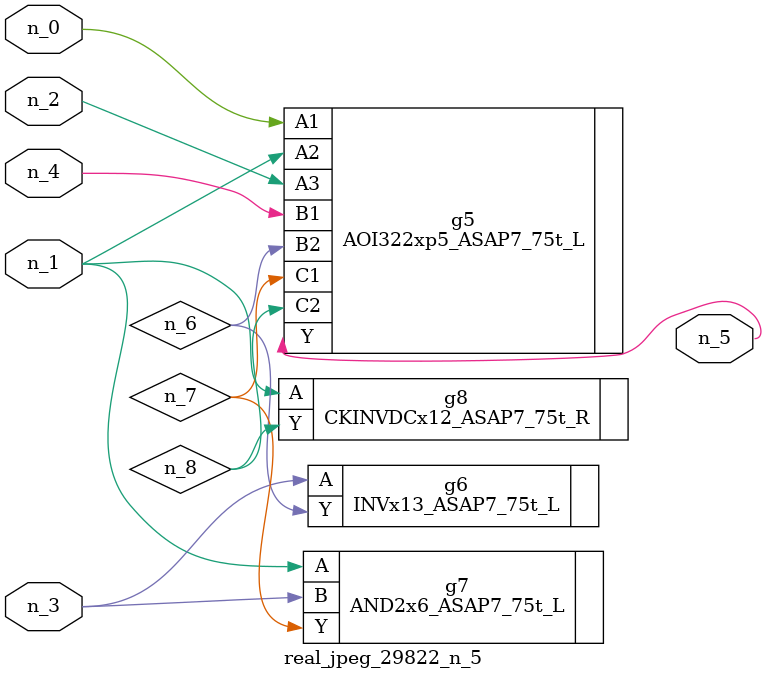
<source format=v>
module real_jpeg_29822_n_5 (n_4, n_0, n_1, n_2, n_3, n_5);

input n_4;
input n_0;
input n_1;
input n_2;
input n_3;

output n_5;

wire n_8;
wire n_6;
wire n_7;

AOI322xp5_ASAP7_75t_L g5 ( 
.A1(n_0),
.A2(n_1),
.A3(n_2),
.B1(n_4),
.B2(n_6),
.C1(n_7),
.C2(n_8),
.Y(n_5)
);

AND2x6_ASAP7_75t_L g7 ( 
.A(n_1),
.B(n_3),
.Y(n_7)
);

CKINVDCx12_ASAP7_75t_R g8 ( 
.A(n_1),
.Y(n_8)
);

INVx13_ASAP7_75t_L g6 ( 
.A(n_3),
.Y(n_6)
);


endmodule
</source>
